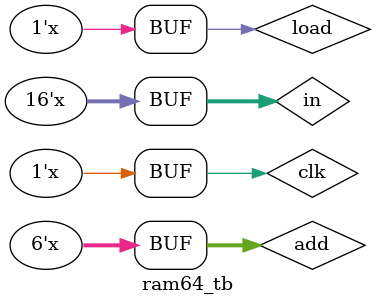
<source format=v>
`include "Hadif_B190513CS_Q05.v"

module ram64_tb;

wire [15:0] o;
reg [15:0] in;
reg [5:0] add;
reg load, clk;

ram64 r1(o, in, add, load, clk);

initial
begin
  clk=0;
  in=0;
  load=0;
  add=0;
  $dumpfile("dff.vcd");
  $dumpvars(0, r1);
  $display("clk  load     add    in    out");
  $monitor("  %b     %b       %d %d  %d", clk, load, add, in, o);
end

always #5 in = in+123;
always #3 clk = ~clk;
always #7 load = ~load;
always #13 add = add+1;

endmodule
</source>
